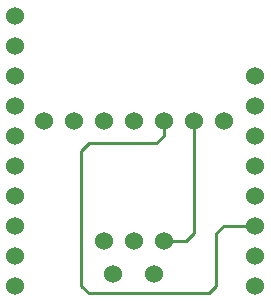
<source format=gbl>
G04 #@! TF.GenerationSoftware,KiCad,Pcbnew,(6.0.6-0)*
G04 #@! TF.CreationDate,2022-07-25T17:11:54+09:00*
G04 #@! TF.ProjectId,livecharm-20220717,6c697665-6368-4617-926d-2d3230323230,rev?*
G04 #@! TF.SameCoordinates,PX68290a0PY2e063a0*
G04 #@! TF.FileFunction,Copper,L2,Bot*
G04 #@! TF.FilePolarity,Positive*
%FSLAX46Y46*%
G04 Gerber Fmt 4.6, Leading zero omitted, Abs format (unit mm)*
G04 Created by KiCad (PCBNEW (6.0.6-0)) date 2022-07-25 17:11:54*
%MOMM*%
%LPD*%
G01*
G04 APERTURE LIST*
G04 #@! TA.AperFunction,ComponentPad*
%ADD10C,1.524000*%
G04 #@! TD*
G04 #@! TA.AperFunction,Conductor*
%ADD11C,0.250000*%
G04 #@! TD*
G04 APERTURE END LIST*
D10*
X3960000Y-8890000D03*
X3960000Y-11430000D03*
X3960000Y-13970000D03*
X3960000Y-16510000D03*
X3960000Y-19050000D03*
X3960000Y-21590000D03*
X3960000Y-24130000D03*
X3960000Y-26670000D03*
X3960000Y-29210000D03*
X3960000Y-31750000D03*
X24280000Y-13970000D03*
X24280000Y-16510000D03*
X24280000Y-19050000D03*
X24280000Y-21590000D03*
X24280000Y-24130000D03*
X24280000Y-26670000D03*
X24280000Y-29210000D03*
X24280000Y-31750000D03*
X21590000Y-17780000D03*
X19050000Y-17780000D03*
X16510000Y-17780000D03*
X13970000Y-17780000D03*
X11430000Y-17780000D03*
X8890000Y-17780000D03*
X6350000Y-17780000D03*
X12217400Y-30734000D03*
X15722600Y-30734000D03*
X11430000Y-27940000D03*
X13970000Y-27940000D03*
X16510000Y-27940000D03*
D11*
X19050000Y-27305000D02*
X19050000Y-17780000D01*
X18415000Y-27940000D02*
X19050000Y-27305000D01*
X16510000Y-27940000D02*
X18415000Y-27940000D01*
X21590000Y-26670000D02*
X24280000Y-26670000D01*
X16510000Y-17780000D02*
X16510000Y-19050000D01*
X20955000Y-31750000D02*
X20955000Y-27305000D01*
X10160000Y-19685000D02*
X9525000Y-20320000D01*
X20320000Y-32385000D02*
X20955000Y-31750000D01*
X20955000Y-27305000D02*
X21590000Y-26670000D01*
X16510000Y-19050000D02*
X15875000Y-19685000D01*
X9525000Y-20320000D02*
X9525000Y-31750000D01*
X9525000Y-31750000D02*
X10160000Y-32385000D01*
X15875000Y-19685000D02*
X10160000Y-19685000D01*
X10160000Y-32385000D02*
X20320000Y-32385000D01*
M02*

</source>
